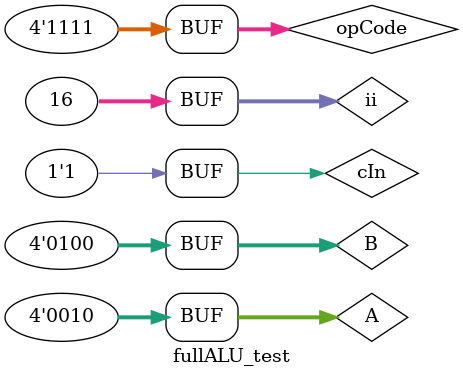
<source format=v>
`timescale 1ns / 1ps

module fullALU_test(

    );
    
    reg[3:0] A, B, opCode;
    reg cIn;
    
    wire[3:0] finalResult;
    wire cOut;
    
    fullALU full(.A(A),.B(B),.opCode(opCode),.cIn(cIn),.finalResult(finalResult),.cOut(cOut));
    
    // To easily loop through all sixteen operations
    integer ii;
    initial
    begin
    
    // Addition
    opCode = 4'b1010;
    A = 1;
    B = 3; // 1 + 3 = 4
    cIn = 0;
    #10;
    cIn = 1;
    A = 7;
    B = 7; // 7 + 7 + 1 = 15
    
    // Substraction
    #10;
    opCode = 4'b1011;
    B = 4; // 8 - 4 = 4
    #10;
    A = 2; // 2 - 4 = -2
    #10;
    
    // Loop through all operations
    for (ii = 0; ii < 16; ii = ii + 1) begin
        opCode = ii;
        #10;
    end
    
    end
    
endmodule

</source>
